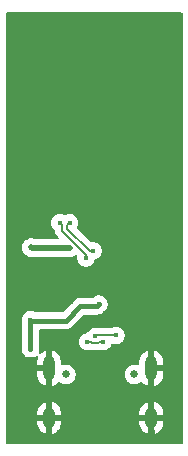
<source format=gbr>
%TF.GenerationSoftware,KiCad,Pcbnew,9.0.6-1.fc42*%
%TF.CreationDate,2025-12-19T16:16:40-05:00*%
%TF.ProjectId,HALOW-USB,48414c4f-572d-4555-9342-2e6b69636164,rev?*%
%TF.SameCoordinates,Original*%
%TF.FileFunction,Copper,L2,Bot*%
%TF.FilePolarity,Positive*%
%FSLAX46Y46*%
G04 Gerber Fmt 4.6, Leading zero omitted, Abs format (unit mm)*
G04 Created by KiCad (PCBNEW 9.0.6-1.fc42) date 2025-12-19 16:16:40*
%MOMM*%
%LPD*%
G01*
G04 APERTURE LIST*
%TA.AperFunction,ComponentPad*%
%ADD10C,0.650000*%
%TD*%
%TA.AperFunction,ComponentPad*%
%ADD11O,1.000000X2.100000*%
%TD*%
%TA.AperFunction,ComponentPad*%
%ADD12O,1.000000X1.800000*%
%TD*%
%TA.AperFunction,ViaPad*%
%ADD13C,0.450000*%
%TD*%
%TA.AperFunction,Conductor*%
%ADD14C,0.500000*%
%TD*%
%TA.AperFunction,Conductor*%
%ADD15C,0.400000*%
%TD*%
%TA.AperFunction,Conductor*%
%ADD16C,0.200000*%
%TD*%
G04 APERTURE END LIST*
D10*
%TO.P,U2,*%
%TO.N,*%
X120600000Y-107152500D03*
X126390000Y-107152500D03*
D11*
%TO.P,U2,1,SHELL*%
%TO.N,GND*%
X119180000Y-106652500D03*
%TO.P,U2,2,SHELL*%
X127820000Y-106652500D03*
D12*
%TO.P,U2,3,SHELL*%
X127820000Y-110832500D03*
%TO.P,U2,4,SHELL*%
X119180000Y-110832500D03*
%TD*%
D13*
%TO.N,GND*%
X125500000Y-101000000D03*
X127500000Y-99000000D03*
X127500000Y-101000000D03*
X125500000Y-103000000D03*
X125500000Y-99000000D03*
X121500000Y-103500000D03*
X121000000Y-101000000D03*
X121000000Y-100000000D03*
X122000000Y-98500000D03*
X121000000Y-98500000D03*
X120000000Y-98500000D03*
X119000000Y-98500000D03*
X118000000Y-98500000D03*
X117000000Y-98500000D03*
X116000000Y-98500000D03*
X118500000Y-99800000D03*
X119362500Y-101500000D03*
X129412500Y-103500000D03*
X128600000Y-96925000D03*
X126700000Y-96925000D03*
X124600000Y-96925000D03*
X119362500Y-95500000D03*
X123500000Y-102400000D03*
X129000000Y-93000000D03*
X129000000Y-92000000D03*
X127000000Y-92000000D03*
X125000000Y-92000000D03*
X123000000Y-92000000D03*
X121000000Y-92000000D03*
X119000000Y-92000000D03*
X117000000Y-93000000D03*
X117000000Y-87000000D03*
X117000000Y-89000000D03*
X117000000Y-91000000D03*
X119000000Y-91000000D03*
X121000000Y-91000000D03*
X123000000Y-91000000D03*
X125000000Y-91000000D03*
X127000000Y-91000000D03*
X129000000Y-91000000D03*
X129000000Y-89000000D03*
X127000000Y-89000000D03*
X125000000Y-89000000D03*
X123000000Y-89000000D03*
X121000000Y-89000000D03*
X119000000Y-89000000D03*
X119000000Y-87000000D03*
X121000000Y-87000000D03*
X123000000Y-87000000D03*
X125000000Y-87000000D03*
X127000000Y-87000000D03*
X129000000Y-87000000D03*
X129000000Y-85000000D03*
X127000000Y-85000000D03*
X125000000Y-85000000D03*
X123000000Y-85000000D03*
X121000000Y-85000000D03*
X119000000Y-85000000D03*
X117000000Y-85000000D03*
X117000000Y-83000000D03*
X117000000Y-81000000D03*
X117000000Y-77000000D03*
X119750000Y-83125000D03*
X120400000Y-81100000D03*
X120425000Y-81675000D03*
X120225000Y-82275000D03*
X119725000Y-82625000D03*
X117650000Y-81800000D03*
X117600000Y-82400000D03*
X117900000Y-83100000D03*
X118000000Y-81250000D03*
X122000000Y-81000000D03*
X122000000Y-79000000D03*
X124000000Y-79000000D03*
X126000000Y-79000000D03*
X128000000Y-79000000D03*
X130000000Y-81000000D03*
X130000000Y-79000000D03*
X130000000Y-95000000D03*
X130000000Y-97000000D03*
X130000000Y-99000000D03*
X130000000Y-101000000D03*
X130000000Y-103000000D03*
X130000000Y-105000000D03*
X130000000Y-107000000D03*
X130000000Y-109000000D03*
X130000000Y-111000000D03*
X130000000Y-112000000D03*
X128000000Y-112000000D03*
X126000000Y-112000000D03*
X124000000Y-112000000D03*
X122000000Y-112000000D03*
X120000000Y-112000000D03*
X118000000Y-112000000D03*
X116000000Y-112000000D03*
X116000000Y-111000000D03*
X116000000Y-109000000D03*
X116000000Y-107000000D03*
X116000000Y-105000000D03*
X116000000Y-103000000D03*
X116000000Y-101000000D03*
X116000000Y-99000000D03*
X116000000Y-97000000D03*
X116000000Y-95000000D03*
X116000000Y-93000000D03*
X116000000Y-91000000D03*
X116000000Y-89000000D03*
X116000000Y-87000000D03*
X116000000Y-85000000D03*
X116000000Y-83000000D03*
X116000000Y-81000000D03*
X116000000Y-79000000D03*
X118000000Y-77000000D03*
X116000000Y-77000000D03*
X120000000Y-77000000D03*
X122000000Y-77000000D03*
X124000000Y-77000000D03*
X126000000Y-77000000D03*
X128000000Y-77000000D03*
X130000000Y-77000000D03*
%TO.N,+3.3V*%
X117637500Y-96400000D03*
X120916635Y-96483364D03*
%TO.N,+5V*%
X123400000Y-101200000D03*
X117600000Y-102525000D03*
X117600000Y-105000000D03*
%TO.N,/D +*%
X122299479Y-97300521D03*
X120075000Y-94308981D03*
%TO.N,/D -*%
X122900521Y-96699479D03*
X120925000Y-94308981D03*
%TO.N,/USB/PRE D-*%
X122400000Y-104400000D03*
X123750000Y-104400000D03*
%TO.N,/USB/PRE D+*%
X124846140Y-103846140D03*
X123078125Y-103921875D03*
%TD*%
D14*
%TO.N,+3.3V*%
X120916635Y-96483364D02*
X117720864Y-96483364D01*
X117720864Y-96483364D02*
X117637500Y-96400000D01*
D15*
%TO.N,+5V*%
X117600000Y-105000000D02*
X117600000Y-102525000D01*
X120600000Y-102600000D02*
X121800000Y-101400000D01*
X117600000Y-102525000D02*
X117675000Y-102600000D01*
X117675000Y-102600000D02*
X120600000Y-102600000D01*
X121800000Y-101400000D02*
X123200000Y-101400000D01*
X123200000Y-101400000D02*
X123400000Y-101200000D01*
D16*
%TO.N,/D +*%
X122299479Y-97017678D02*
X122299479Y-97300521D01*
X120075000Y-94308981D02*
X120274999Y-94508980D01*
X120274999Y-94508980D02*
X120274999Y-94993198D01*
X120274999Y-94993198D02*
X122299479Y-97017678D01*
%TO.N,/D -*%
X120725001Y-94508980D02*
X120725001Y-94806802D01*
X120725001Y-94806802D02*
X122617678Y-96699479D01*
X122617678Y-96699479D02*
X122900521Y-96699479D01*
X120925000Y-94308981D02*
X120725001Y-94508980D01*
%TO.N,/USB/PRE D-*%
X123449943Y-104400000D02*
X123750000Y-104400000D01*
X122706307Y-104400000D02*
X122829182Y-104522875D01*
X122400000Y-104400000D02*
X122706307Y-104400000D01*
X122829182Y-104522875D02*
X123327068Y-104522875D01*
X123327068Y-104522875D02*
X123449943Y-104400000D01*
%TO.N,/USB/PRE D+*%
X123200000Y-103800000D02*
X123078125Y-103921875D01*
X124846140Y-103846140D02*
X124800000Y-103800000D01*
X124800000Y-103800000D02*
X123200000Y-103800000D01*
%TD*%
%TA.AperFunction,Conductor*%
%TO.N,GND*%
G36*
X130442539Y-76520185D02*
G01*
X130488294Y-76572989D01*
X130499500Y-76624500D01*
X130499500Y-112921947D01*
X130479815Y-112988986D01*
X130427011Y-113034741D01*
X130375500Y-113045947D01*
X115624500Y-113045947D01*
X115557461Y-113026262D01*
X115511706Y-112973458D01*
X115500500Y-112921947D01*
X115500500Y-110334004D01*
X118180000Y-110334004D01*
X118180000Y-110582500D01*
X118880000Y-110582500D01*
X118880000Y-111082500D01*
X118180000Y-111082500D01*
X118180000Y-111330995D01*
X118218427Y-111524181D01*
X118218430Y-111524193D01*
X118293807Y-111706171D01*
X118293814Y-111706184D01*
X118403248Y-111869962D01*
X118403251Y-111869966D01*
X118542533Y-112009248D01*
X118542537Y-112009251D01*
X118706315Y-112118685D01*
X118706328Y-112118692D01*
X118888308Y-112194069D01*
X118930000Y-112202362D01*
X118930000Y-111399487D01*
X118939940Y-111416704D01*
X118995795Y-111472559D01*
X119064204Y-111512055D01*
X119140504Y-111532499D01*
X119219496Y-111532499D01*
X119295796Y-111512055D01*
X119364205Y-111472559D01*
X119420060Y-111416704D01*
X119430000Y-111399487D01*
X119430000Y-112202362D01*
X119471690Y-112194069D01*
X119471692Y-112194069D01*
X119653671Y-112118692D01*
X119653684Y-112118685D01*
X119817462Y-112009251D01*
X119817466Y-112009248D01*
X119956748Y-111869966D01*
X119956751Y-111869962D01*
X120066185Y-111706184D01*
X120066192Y-111706171D01*
X120141569Y-111524193D01*
X120141572Y-111524181D01*
X120179999Y-111330995D01*
X120180000Y-111330992D01*
X120180000Y-111082500D01*
X119480000Y-111082500D01*
X119480000Y-110582500D01*
X120180000Y-110582500D01*
X120180000Y-110334008D01*
X120179999Y-110334004D01*
X126820000Y-110334004D01*
X126820000Y-110582500D01*
X127520000Y-110582500D01*
X127520000Y-111082500D01*
X126820000Y-111082500D01*
X126820000Y-111330995D01*
X126858427Y-111524181D01*
X126858430Y-111524193D01*
X126933807Y-111706171D01*
X126933814Y-111706184D01*
X127043248Y-111869962D01*
X127043251Y-111869966D01*
X127182533Y-112009248D01*
X127182537Y-112009251D01*
X127346315Y-112118685D01*
X127346328Y-112118692D01*
X127528308Y-112194069D01*
X127570000Y-112202362D01*
X127570000Y-111399487D01*
X127579940Y-111416704D01*
X127635795Y-111472559D01*
X127704204Y-111512055D01*
X127780504Y-111532499D01*
X127859496Y-111532499D01*
X127935796Y-111512055D01*
X128004205Y-111472559D01*
X128060060Y-111416704D01*
X128070000Y-111399487D01*
X128070000Y-112202362D01*
X128111690Y-112194069D01*
X128111692Y-112194069D01*
X128293671Y-112118692D01*
X128293684Y-112118685D01*
X128457462Y-112009251D01*
X128457466Y-112009248D01*
X128596748Y-111869966D01*
X128596751Y-111869962D01*
X128706185Y-111706184D01*
X128706192Y-111706171D01*
X128781569Y-111524193D01*
X128781572Y-111524181D01*
X128819999Y-111330995D01*
X128820000Y-111330992D01*
X128820000Y-111082500D01*
X128120000Y-111082500D01*
X128120000Y-110582500D01*
X128820000Y-110582500D01*
X128820000Y-110334008D01*
X128819999Y-110334004D01*
X128781572Y-110140818D01*
X128781569Y-110140806D01*
X128706192Y-109958828D01*
X128706185Y-109958815D01*
X128596751Y-109795037D01*
X128596748Y-109795033D01*
X128457466Y-109655751D01*
X128457462Y-109655748D01*
X128293684Y-109546314D01*
X128293671Y-109546307D01*
X128111691Y-109470929D01*
X128111683Y-109470927D01*
X128070000Y-109462635D01*
X128070000Y-110265512D01*
X128060060Y-110248296D01*
X128004205Y-110192441D01*
X127935796Y-110152945D01*
X127859496Y-110132501D01*
X127780504Y-110132501D01*
X127704204Y-110152945D01*
X127635795Y-110192441D01*
X127579940Y-110248296D01*
X127570000Y-110265512D01*
X127570000Y-109462636D01*
X127569999Y-109462635D01*
X127528316Y-109470927D01*
X127528308Y-109470929D01*
X127346328Y-109546307D01*
X127346315Y-109546314D01*
X127182537Y-109655748D01*
X127182533Y-109655751D01*
X127043251Y-109795033D01*
X127043248Y-109795037D01*
X126933814Y-109958815D01*
X126933807Y-109958828D01*
X126858430Y-110140806D01*
X126858427Y-110140818D01*
X126820000Y-110334004D01*
X120179999Y-110334004D01*
X120141572Y-110140818D01*
X120141569Y-110140806D01*
X120066192Y-109958828D01*
X120066185Y-109958815D01*
X119956751Y-109795037D01*
X119956748Y-109795033D01*
X119817466Y-109655751D01*
X119817462Y-109655748D01*
X119653684Y-109546314D01*
X119653671Y-109546307D01*
X119471691Y-109470929D01*
X119471683Y-109470927D01*
X119430000Y-109462635D01*
X119430000Y-110265512D01*
X119420060Y-110248296D01*
X119364205Y-110192441D01*
X119295796Y-110152945D01*
X119219496Y-110132501D01*
X119140504Y-110132501D01*
X119064204Y-110152945D01*
X118995795Y-110192441D01*
X118939940Y-110248296D01*
X118930000Y-110265512D01*
X118930000Y-109462636D01*
X118929999Y-109462635D01*
X118888316Y-109470927D01*
X118888308Y-109470929D01*
X118706328Y-109546307D01*
X118706315Y-109546314D01*
X118542537Y-109655748D01*
X118542533Y-109655751D01*
X118403251Y-109795033D01*
X118403248Y-109795037D01*
X118293814Y-109958815D01*
X118293807Y-109958828D01*
X118218430Y-110140806D01*
X118218427Y-110140818D01*
X118180000Y-110334004D01*
X115500500Y-110334004D01*
X115500500Y-102596457D01*
X116874499Y-102596457D01*
X116897117Y-102710156D01*
X116899500Y-102734348D01*
X116899500Y-104790651D01*
X116897117Y-104814843D01*
X116874500Y-104928542D01*
X116874500Y-104928545D01*
X116874500Y-105071455D01*
X116874500Y-105071457D01*
X116874499Y-105071457D01*
X116902379Y-105211614D01*
X116902380Y-105211618D01*
X116902381Y-105211620D01*
X116917703Y-105248611D01*
X116957069Y-105343650D01*
X116957074Y-105343659D01*
X117036467Y-105462478D01*
X117036470Y-105462482D01*
X117137517Y-105563529D01*
X117137521Y-105563532D01*
X117256340Y-105642925D01*
X117256346Y-105642928D01*
X117256347Y-105642929D01*
X117388380Y-105697619D01*
X117388384Y-105697619D01*
X117388385Y-105697620D01*
X117528542Y-105725500D01*
X117528545Y-105725500D01*
X117671457Y-105725500D01*
X117765751Y-105706742D01*
X117811620Y-105697619D01*
X117943653Y-105642929D01*
X118062479Y-105563532D01*
X118062742Y-105563268D01*
X118062915Y-105563174D01*
X118067189Y-105559667D01*
X118067853Y-105560477D01*
X118124060Y-105529779D01*
X118193752Y-105534756D01*
X118249690Y-105576621D01*
X118274114Y-105642082D01*
X118264993Y-105698394D01*
X118218428Y-105810815D01*
X118218427Y-105810818D01*
X118180000Y-106004004D01*
X118180000Y-106402500D01*
X118880000Y-106402500D01*
X118880000Y-106902500D01*
X118180000Y-106902500D01*
X118180000Y-107300995D01*
X118218427Y-107494181D01*
X118218430Y-107494193D01*
X118293807Y-107676171D01*
X118293814Y-107676184D01*
X118403248Y-107839962D01*
X118403251Y-107839966D01*
X118542533Y-107979248D01*
X118542537Y-107979251D01*
X118706315Y-108088685D01*
X118706328Y-108088692D01*
X118888308Y-108164069D01*
X118930000Y-108172362D01*
X118930000Y-107369487D01*
X118939940Y-107386704D01*
X118995795Y-107442559D01*
X119064204Y-107482055D01*
X119140504Y-107502499D01*
X119219496Y-107502499D01*
X119295796Y-107482055D01*
X119364205Y-107442559D01*
X119420060Y-107386704D01*
X119430000Y-107369487D01*
X119430000Y-108172362D01*
X119471690Y-108164069D01*
X119471692Y-108164069D01*
X119653671Y-108088692D01*
X119653684Y-108088685D01*
X119817461Y-107979252D01*
X119959393Y-107837320D01*
X120020716Y-107803835D01*
X120090408Y-107808819D01*
X120115965Y-107821899D01*
X120208977Y-107884047D01*
X120208980Y-107884049D01*
X120359206Y-107946274D01*
X120359211Y-107946276D01*
X120359215Y-107946276D01*
X120359216Y-107946277D01*
X120518692Y-107978000D01*
X120518695Y-107978000D01*
X120681307Y-107978000D01*
X120788598Y-107956657D01*
X120840789Y-107946276D01*
X120991021Y-107884048D01*
X120991023Y-107884047D01*
X121093883Y-107815318D01*
X121126225Y-107793708D01*
X121241208Y-107678725D01*
X121331548Y-107543521D01*
X121393776Y-107393289D01*
X121412135Y-107300995D01*
X121425500Y-107233807D01*
X125564499Y-107233807D01*
X125596222Y-107393283D01*
X125596225Y-107393293D01*
X125658450Y-107543519D01*
X125658452Y-107543523D01*
X125748788Y-107678720D01*
X125748794Y-107678728D01*
X125863771Y-107793705D01*
X125863779Y-107793711D01*
X125998976Y-107884047D01*
X125998980Y-107884049D01*
X126149206Y-107946274D01*
X126149211Y-107946276D01*
X126149215Y-107946276D01*
X126149216Y-107946277D01*
X126308692Y-107978000D01*
X126308695Y-107978000D01*
X126471307Y-107978000D01*
X126578598Y-107956657D01*
X126630789Y-107946276D01*
X126781021Y-107884048D01*
X126880301Y-107817711D01*
X126946976Y-107796834D01*
X127014356Y-107815318D01*
X127038321Y-107836275D01*
X127038941Y-107835656D01*
X127182533Y-107979248D01*
X127182537Y-107979251D01*
X127346315Y-108088685D01*
X127346328Y-108088692D01*
X127528308Y-108164069D01*
X127570000Y-108172362D01*
X127570000Y-107369487D01*
X127579940Y-107386704D01*
X127635795Y-107442559D01*
X127704204Y-107482055D01*
X127780504Y-107502499D01*
X127859496Y-107502499D01*
X127935796Y-107482055D01*
X128004205Y-107442559D01*
X128060060Y-107386704D01*
X128070000Y-107369487D01*
X128070000Y-108172362D01*
X128111690Y-108164069D01*
X128111692Y-108164069D01*
X128293671Y-108088692D01*
X128293684Y-108088685D01*
X128457462Y-107979251D01*
X128457466Y-107979248D01*
X128596748Y-107839966D01*
X128596751Y-107839962D01*
X128706185Y-107676184D01*
X128706192Y-107676171D01*
X128781569Y-107494193D01*
X128781572Y-107494181D01*
X128819999Y-107300995D01*
X128820000Y-107300992D01*
X128820000Y-106902500D01*
X128120000Y-106902500D01*
X128120000Y-106402500D01*
X128820000Y-106402500D01*
X128820000Y-106004008D01*
X128819999Y-106004004D01*
X128781572Y-105810818D01*
X128781569Y-105810806D01*
X128706192Y-105628828D01*
X128706185Y-105628815D01*
X128596751Y-105465037D01*
X128596748Y-105465033D01*
X128457466Y-105325751D01*
X128457462Y-105325748D01*
X128293684Y-105216314D01*
X128293671Y-105216307D01*
X128111691Y-105140929D01*
X128111683Y-105140927D01*
X128070000Y-105132635D01*
X128070000Y-105935512D01*
X128060060Y-105918296D01*
X128004205Y-105862441D01*
X127935796Y-105822945D01*
X127859496Y-105802501D01*
X127780504Y-105802501D01*
X127704204Y-105822945D01*
X127635795Y-105862441D01*
X127579940Y-105918296D01*
X127570000Y-105935512D01*
X127570000Y-105132636D01*
X127569999Y-105132635D01*
X127528316Y-105140927D01*
X127528308Y-105140929D01*
X127346328Y-105216307D01*
X127346315Y-105216314D01*
X127182537Y-105325748D01*
X127182533Y-105325751D01*
X127043251Y-105465033D01*
X127043248Y-105465037D01*
X126933814Y-105628815D01*
X126933807Y-105628828D01*
X126858430Y-105810806D01*
X126858427Y-105810818D01*
X126820000Y-106004004D01*
X126820000Y-106251518D01*
X126800315Y-106318557D01*
X126747511Y-106364312D01*
X126678353Y-106374256D01*
X126648551Y-106366080D01*
X126630797Y-106358726D01*
X126630783Y-106358722D01*
X126471307Y-106327000D01*
X126471305Y-106327000D01*
X126308695Y-106327000D01*
X126308693Y-106327000D01*
X126149216Y-106358722D01*
X126149206Y-106358725D01*
X125998980Y-106420950D01*
X125998976Y-106420952D01*
X125863779Y-106511288D01*
X125863771Y-106511294D01*
X125748794Y-106626271D01*
X125748788Y-106626279D01*
X125658452Y-106761476D01*
X125658450Y-106761480D01*
X125596225Y-106911706D01*
X125596222Y-106911716D01*
X125564500Y-107071192D01*
X125564500Y-107071195D01*
X125564500Y-107233805D01*
X125564500Y-107233807D01*
X125564499Y-107233807D01*
X121425500Y-107233807D01*
X121425500Y-107071192D01*
X121393777Y-106911716D01*
X121393776Y-106911715D01*
X121393776Y-106911711D01*
X121389961Y-106902500D01*
X121331549Y-106761480D01*
X121331547Y-106761476D01*
X121241211Y-106626279D01*
X121241205Y-106626271D01*
X121126228Y-106511294D01*
X121126220Y-106511288D01*
X120991023Y-106420952D01*
X120991019Y-106420950D01*
X120840793Y-106358725D01*
X120840783Y-106358722D01*
X120681307Y-106327000D01*
X120681305Y-106327000D01*
X120518695Y-106327000D01*
X120518693Y-106327000D01*
X120359216Y-106358722D01*
X120359207Y-106358725D01*
X120351448Y-106361939D01*
X120281978Y-106369405D01*
X120219500Y-106338127D01*
X120183850Y-106278037D01*
X120180000Y-106247376D01*
X120180000Y-106004008D01*
X120179999Y-106004004D01*
X120141572Y-105810818D01*
X120141569Y-105810806D01*
X120066192Y-105628828D01*
X120066185Y-105628815D01*
X119956751Y-105465037D01*
X119956748Y-105465033D01*
X119817466Y-105325751D01*
X119817462Y-105325748D01*
X119653684Y-105216314D01*
X119653671Y-105216307D01*
X119471691Y-105140929D01*
X119471683Y-105140927D01*
X119430000Y-105132635D01*
X119430000Y-105935512D01*
X119420060Y-105918296D01*
X119364205Y-105862441D01*
X119295796Y-105822945D01*
X119219496Y-105802501D01*
X119140504Y-105802501D01*
X119064204Y-105822945D01*
X118995795Y-105862441D01*
X118939940Y-105918296D01*
X118930000Y-105935512D01*
X118930000Y-105132636D01*
X118929999Y-105132635D01*
X118888316Y-105140927D01*
X118888308Y-105140929D01*
X118706328Y-105216307D01*
X118706315Y-105216314D01*
X118542537Y-105325748D01*
X118484537Y-105383748D01*
X118423213Y-105417232D01*
X118353522Y-105412247D01*
X118297588Y-105370376D01*
X118273172Y-105304911D01*
X118282295Y-105248614D01*
X118297619Y-105211620D01*
X118317868Y-105109824D01*
X118325500Y-105071457D01*
X118325500Y-104928542D01*
X118302883Y-104814843D01*
X118300500Y-104790651D01*
X118300500Y-104471457D01*
X121674499Y-104471457D01*
X121702379Y-104611614D01*
X121702381Y-104611620D01*
X121757069Y-104743650D01*
X121757074Y-104743659D01*
X121836467Y-104862478D01*
X121836470Y-104862482D01*
X121937517Y-104963529D01*
X121937521Y-104963532D01*
X122056340Y-105042925D01*
X122056346Y-105042928D01*
X122056347Y-105042929D01*
X122188380Y-105097619D01*
X122188384Y-105097619D01*
X122188385Y-105097620D01*
X122328542Y-105125500D01*
X122328545Y-105125500D01*
X122471457Y-105125500D01*
X122607588Y-105098421D01*
X122620192Y-105098833D01*
X122628828Y-105096073D01*
X122663867Y-105100262D01*
X122709201Y-105112409D01*
X122750124Y-105123375D01*
X122750125Y-105123375D01*
X123240399Y-105123375D01*
X123240415Y-105123376D01*
X123248011Y-105123376D01*
X123406124Y-105123376D01*
X123406125Y-105123376D01*
X123489713Y-105100978D01*
X123546000Y-105099135D01*
X123678542Y-105125500D01*
X123678545Y-105125500D01*
X123821457Y-105125500D01*
X123944733Y-105100978D01*
X123961620Y-105097619D01*
X124093653Y-105042929D01*
X124212479Y-104963532D01*
X124313532Y-104862479D01*
X124392929Y-104743653D01*
X124447619Y-104611620D01*
X124447619Y-104611619D01*
X124449950Y-104605992D01*
X124451533Y-104606648D01*
X124485346Y-104555046D01*
X124549156Y-104526586D01*
X124613168Y-104534914D01*
X124634520Y-104543759D01*
X124634524Y-104543759D01*
X124634525Y-104543760D01*
X124774682Y-104571640D01*
X124774685Y-104571640D01*
X124917597Y-104571640D01*
X125011891Y-104552882D01*
X125057760Y-104543759D01*
X125189793Y-104489069D01*
X125308619Y-104409672D01*
X125409672Y-104308619D01*
X125489069Y-104189793D01*
X125543759Y-104057760D01*
X125552882Y-104011891D01*
X125571640Y-103917597D01*
X125571640Y-103774682D01*
X125543760Y-103634525D01*
X125543759Y-103634524D01*
X125543759Y-103634520D01*
X125489069Y-103502487D01*
X125489068Y-103502486D01*
X125489065Y-103502480D01*
X125409672Y-103383661D01*
X125409669Y-103383657D01*
X125308622Y-103282610D01*
X125308618Y-103282607D01*
X125189799Y-103203214D01*
X125189790Y-103203209D01*
X125057760Y-103148521D01*
X125057754Y-103148519D01*
X124917597Y-103120640D01*
X124917595Y-103120640D01*
X124774685Y-103120640D01*
X124774683Y-103120640D01*
X124634525Y-103148519D01*
X124634519Y-103148521D01*
X124534234Y-103190061D01*
X124486781Y-103199500D01*
X123177503Y-103199500D01*
X123153312Y-103197117D01*
X123149580Y-103196375D01*
X123006670Y-103196375D01*
X123006668Y-103196375D01*
X122866510Y-103224254D01*
X122866504Y-103224256D01*
X122734474Y-103278944D01*
X122734465Y-103278949D01*
X122615646Y-103358342D01*
X122615642Y-103358345D01*
X122514595Y-103459392D01*
X122514592Y-103459396D01*
X122435199Y-103578215D01*
X122435191Y-103578230D01*
X122426597Y-103598979D01*
X122382756Y-103653382D01*
X122334117Y-103671286D01*
X122334520Y-103673311D01*
X122188385Y-103702379D01*
X122188379Y-103702381D01*
X122056349Y-103757069D01*
X122056340Y-103757074D01*
X121937521Y-103836467D01*
X121937517Y-103836470D01*
X121836470Y-103937517D01*
X121836467Y-103937521D01*
X121757074Y-104056340D01*
X121757069Y-104056349D01*
X121702381Y-104188379D01*
X121702379Y-104188385D01*
X121674500Y-104328542D01*
X121674500Y-104328545D01*
X121674500Y-104471455D01*
X121674500Y-104471457D01*
X121674499Y-104471457D01*
X118300500Y-104471457D01*
X118300500Y-103424500D01*
X118320185Y-103357461D01*
X118372989Y-103311706D01*
X118424500Y-103300500D01*
X120668996Y-103300500D01*
X120760040Y-103282389D01*
X120804328Y-103273580D01*
X120868069Y-103247177D01*
X120931807Y-103220777D01*
X120931808Y-103220776D01*
X120931811Y-103220775D01*
X121046543Y-103144114D01*
X122053838Y-102136819D01*
X122115161Y-102103334D01*
X122141519Y-102100500D01*
X123268996Y-102100500D01*
X123360040Y-102082389D01*
X123404328Y-102073580D01*
X123468069Y-102047177D01*
X123531807Y-102020777D01*
X123531808Y-102020776D01*
X123531811Y-102020775D01*
X123646543Y-101944114D01*
X123747297Y-101843358D01*
X123766082Y-101827941D01*
X123862479Y-101763532D01*
X123963532Y-101662479D01*
X124042929Y-101543653D01*
X124097619Y-101411620D01*
X124125500Y-101271455D01*
X124125500Y-101128545D01*
X124125500Y-101128542D01*
X124097620Y-100988385D01*
X124097619Y-100988384D01*
X124097619Y-100988380D01*
X124042929Y-100856347D01*
X124042928Y-100856346D01*
X124042925Y-100856340D01*
X123963532Y-100737521D01*
X123963529Y-100737517D01*
X123862482Y-100636470D01*
X123862478Y-100636467D01*
X123743659Y-100557074D01*
X123743650Y-100557069D01*
X123611620Y-100502381D01*
X123611614Y-100502379D01*
X123471457Y-100474500D01*
X123471455Y-100474500D01*
X123328545Y-100474500D01*
X123328543Y-100474500D01*
X123188385Y-100502379D01*
X123188379Y-100502381D01*
X123056349Y-100557069D01*
X123056340Y-100557074D01*
X122937521Y-100636467D01*
X122937517Y-100636470D01*
X122910807Y-100663181D01*
X122849484Y-100696666D01*
X122823126Y-100699500D01*
X121731003Y-100699500D01*
X121622590Y-100721065D01*
X121622589Y-100721065D01*
X121595671Y-100726420D01*
X121468190Y-100779224D01*
X121353454Y-100855887D01*
X121353453Y-100855888D01*
X120346162Y-101863181D01*
X120284839Y-101896666D01*
X120258481Y-101899500D01*
X118007320Y-101899500D01*
X117948861Y-101884855D01*
X117943651Y-101882070D01*
X117811620Y-101827381D01*
X117811614Y-101827379D01*
X117671457Y-101799500D01*
X117671455Y-101799500D01*
X117528545Y-101799500D01*
X117528543Y-101799500D01*
X117388385Y-101827379D01*
X117388379Y-101827381D01*
X117256349Y-101882069D01*
X117256340Y-101882074D01*
X117137521Y-101961467D01*
X117137517Y-101961470D01*
X117036470Y-102062517D01*
X117036467Y-102062521D01*
X116957074Y-102181340D01*
X116957069Y-102181349D01*
X116902381Y-102313379D01*
X116902379Y-102313385D01*
X116874500Y-102453542D01*
X116874500Y-102453545D01*
X116874500Y-102596455D01*
X116874500Y-102596457D01*
X116874499Y-102596457D01*
X115500500Y-102596457D01*
X115500500Y-96473919D01*
X116886999Y-96473919D01*
X116915840Y-96618906D01*
X116915842Y-96618912D01*
X116972416Y-96755494D01*
X117054548Y-96878416D01*
X117152598Y-96976465D01*
X117219262Y-97043129D01*
X117242449Y-97066316D01*
X117365362Y-97148444D01*
X117365375Y-97148451D01*
X117418392Y-97170411D01*
X117501951Y-97205022D01*
X117501955Y-97205022D01*
X117501956Y-97205023D01*
X117646943Y-97233864D01*
X117646946Y-97233864D01*
X120990555Y-97233864D01*
X121088097Y-97214460D01*
X121135548Y-97205022D01*
X121241182Y-97161266D01*
X121272123Y-97148451D01*
X121272123Y-97148450D01*
X121272130Y-97148448D01*
X121272135Y-97148444D01*
X121272138Y-97148443D01*
X121302591Y-97128094D01*
X121372679Y-97081263D01*
X121402973Y-97071776D01*
X121432723Y-97060681D01*
X121436077Y-97061410D01*
X121439354Y-97060385D01*
X121469970Y-97068783D01*
X121500996Y-97075533D01*
X121504710Y-97078313D01*
X121506735Y-97078869D01*
X121529250Y-97096684D01*
X121541654Y-97109088D01*
X121575139Y-97170411D01*
X121575592Y-97220953D01*
X121573979Y-97229064D01*
X121573979Y-97229066D01*
X121573979Y-97371976D01*
X121573979Y-97371978D01*
X121573978Y-97371978D01*
X121601858Y-97512135D01*
X121601860Y-97512141D01*
X121656548Y-97644171D01*
X121656553Y-97644180D01*
X121735946Y-97762999D01*
X121735949Y-97763003D01*
X121836996Y-97864050D01*
X121837000Y-97864053D01*
X121955819Y-97943446D01*
X121955825Y-97943449D01*
X121955826Y-97943450D01*
X122087859Y-97998140D01*
X122087863Y-97998140D01*
X122087864Y-97998141D01*
X122228021Y-98026021D01*
X122228024Y-98026021D01*
X122370936Y-98026021D01*
X122465230Y-98007263D01*
X122511099Y-97998140D01*
X122643132Y-97943450D01*
X122761958Y-97864053D01*
X122863011Y-97763000D01*
X122942408Y-97644174D01*
X122997098Y-97512141D01*
X123000020Y-97497447D01*
X123032404Y-97435537D01*
X123093120Y-97400962D01*
X123097425Y-97400025D01*
X123112141Y-97397098D01*
X123244174Y-97342408D01*
X123363000Y-97263011D01*
X123464053Y-97161958D01*
X123543450Y-97043132D01*
X123598140Y-96911099D01*
X123626021Y-96770934D01*
X123626021Y-96628024D01*
X123626021Y-96628021D01*
X123598141Y-96487864D01*
X123598140Y-96487863D01*
X123598140Y-96487859D01*
X123543450Y-96355826D01*
X123543449Y-96355825D01*
X123543446Y-96355819D01*
X123464053Y-96237000D01*
X123464050Y-96236996D01*
X123363003Y-96135949D01*
X123362999Y-96135946D01*
X123244180Y-96056553D01*
X123244171Y-96056548D01*
X123112141Y-96001860D01*
X123112135Y-96001858D01*
X122971978Y-95973979D01*
X122971976Y-95973979D01*
X122829066Y-95973979D01*
X122829065Y-95973979D01*
X122820953Y-95975592D01*
X122751362Y-95969360D01*
X122709088Y-95941654D01*
X121580662Y-94813228D01*
X121547177Y-94751905D01*
X121552161Y-94682213D01*
X121565239Y-94656659D01*
X121567929Y-94652634D01*
X121622619Y-94520601D01*
X121650500Y-94380436D01*
X121650500Y-94237526D01*
X121650500Y-94237523D01*
X121622620Y-94097366D01*
X121622619Y-94097365D01*
X121622619Y-94097361D01*
X121567929Y-93965328D01*
X121567928Y-93965327D01*
X121567925Y-93965321D01*
X121488532Y-93846502D01*
X121488529Y-93846498D01*
X121387482Y-93745451D01*
X121387478Y-93745448D01*
X121268659Y-93666055D01*
X121268650Y-93666050D01*
X121136620Y-93611362D01*
X121136614Y-93611360D01*
X120996457Y-93583481D01*
X120996455Y-93583481D01*
X120853545Y-93583481D01*
X120853543Y-93583481D01*
X120713385Y-93611360D01*
X120713379Y-93611362D01*
X120581344Y-93666052D01*
X120581343Y-93666053D01*
X120568887Y-93674376D01*
X120502209Y-93695252D01*
X120434830Y-93676765D01*
X120431113Y-93674376D01*
X120418656Y-93666053D01*
X120418655Y-93666052D01*
X120286620Y-93611362D01*
X120286614Y-93611360D01*
X120146457Y-93583481D01*
X120146455Y-93583481D01*
X120003545Y-93583481D01*
X120003543Y-93583481D01*
X119863385Y-93611360D01*
X119863379Y-93611362D01*
X119731349Y-93666050D01*
X119731340Y-93666055D01*
X119612521Y-93745448D01*
X119612517Y-93745451D01*
X119511470Y-93846498D01*
X119511467Y-93846502D01*
X119432074Y-93965321D01*
X119432069Y-93965330D01*
X119377381Y-94097360D01*
X119377379Y-94097366D01*
X119349500Y-94237523D01*
X119349500Y-94237526D01*
X119349500Y-94380436D01*
X119349500Y-94380438D01*
X119349499Y-94380438D01*
X119377379Y-94520595D01*
X119377381Y-94520601D01*
X119432069Y-94652631D01*
X119432074Y-94652640D01*
X119511467Y-94771459D01*
X119511470Y-94771463D01*
X119612518Y-94872511D01*
X119612521Y-94872513D01*
X119619385Y-94877099D01*
X119664192Y-94930708D01*
X119674498Y-94980203D01*
X119674498Y-95072252D01*
X119674497Y-95072252D01*
X119715422Y-95224983D01*
X119744357Y-95275098D01*
X119744358Y-95275102D01*
X119744359Y-95275102D01*
X119794478Y-95361912D01*
X119794480Y-95361915D01*
X119913348Y-95480783D01*
X119913354Y-95480788D01*
X119953749Y-95521183D01*
X119987234Y-95582506D01*
X119982250Y-95652198D01*
X119940378Y-95708131D01*
X119874914Y-95732548D01*
X119866068Y-95732864D01*
X118012705Y-95732864D01*
X117965252Y-95723425D01*
X117856412Y-95678342D01*
X117856406Y-95678340D01*
X117711419Y-95649500D01*
X117711417Y-95649500D01*
X117563583Y-95649500D01*
X117563581Y-95649500D01*
X117418593Y-95678340D01*
X117418587Y-95678342D01*
X117282009Y-95734914D01*
X117282002Y-95734918D01*
X117219918Y-95776400D01*
X117159084Y-95817048D01*
X117159082Y-95817049D01*
X117159079Y-95817052D01*
X117159078Y-95817052D01*
X117054552Y-95921578D01*
X117054552Y-95921579D01*
X117054549Y-95921582D01*
X117054548Y-95921584D01*
X117041138Y-95941654D01*
X116972418Y-96044502D01*
X116972414Y-96044509D01*
X116915842Y-96181087D01*
X116915840Y-96181093D01*
X116887000Y-96326080D01*
X116887000Y-96326083D01*
X116887000Y-96473917D01*
X116887000Y-96473919D01*
X116886999Y-96473919D01*
X115500500Y-96473919D01*
X115500500Y-76624500D01*
X115520185Y-76557461D01*
X115572989Y-76511706D01*
X115624500Y-76500500D01*
X130375500Y-76500500D01*
X130442539Y-76520185D01*
G37*
%TD.AperFunction*%
%TD*%
M02*

</source>
